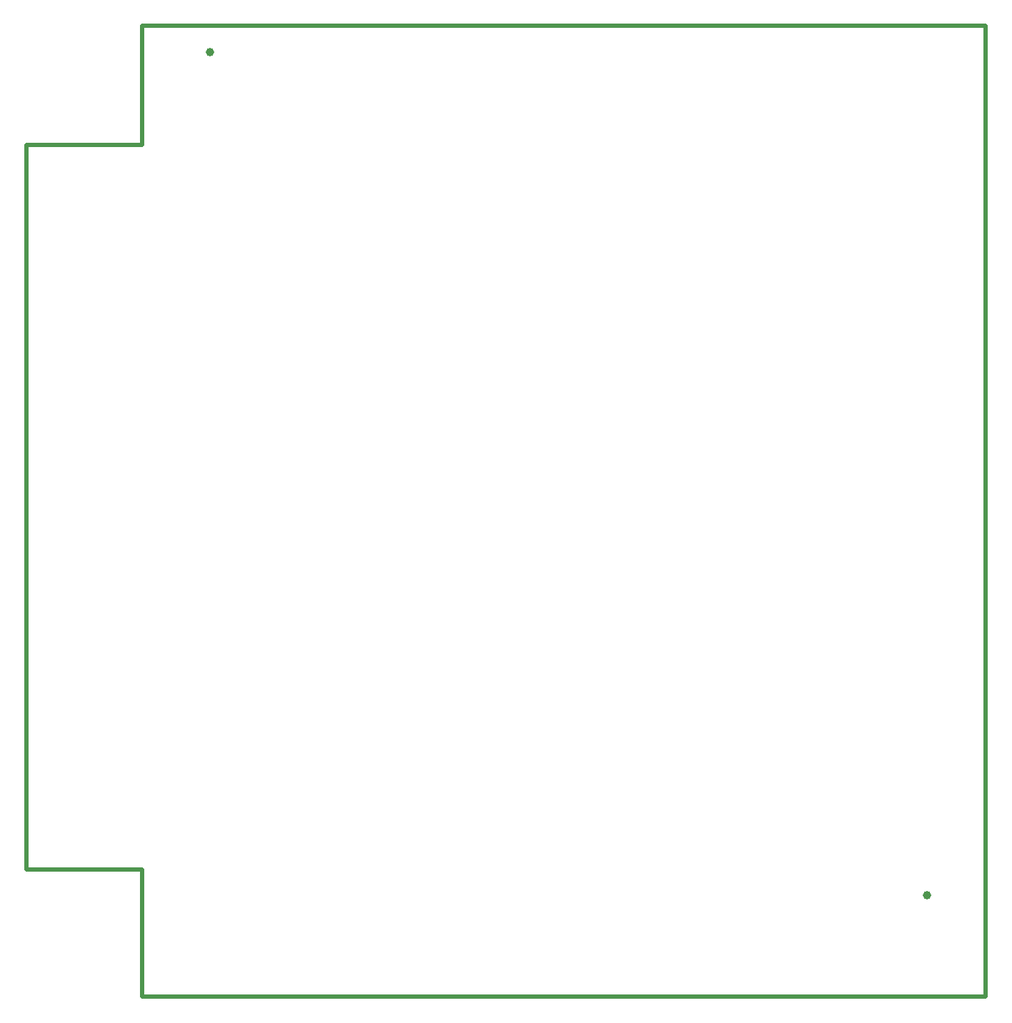
<source format=gbp>
%FSLAX25Y25*%
%MOIN*%
G70*
G01*
G75*
G04 Layer_Color=128*
%ADD10C,0.03937*%
%ADD11R,0.03937X0.04724*%
%ADD12C,0.03937*%
%ADD13O,0.07874X0.02400*%
%ADD14R,0.04724X0.03150*%
%ADD15R,0.04724X0.03937*%
%ADD16R,0.02756X0.04724*%
%ADD17R,0.11024X0.09055*%
%ADD18R,0.03150X0.03150*%
%ADD19O,0.10000X0.02400*%
%ADD20O,0.10000X0.02402*%
%ADD21O,0.07874X0.02402*%
%ADD22R,0.05118X0.06299*%
%ADD23C,0.03000*%
%ADD24C,0.02000*%
%ADD25C,0.01500*%
%ADD26C,0.04000*%
%ADD27C,0.01600*%
%ADD28C,0.05000*%
%ADD29C,0.01969*%
%ADD30C,0.07087*%
%ADD31C,0.08661*%
%ADD32R,0.05906X0.05906*%
%ADD33C,0.05906*%
%ADD34C,0.10630*%
%ADD35R,0.07087X0.07087*%
%ADD36C,0.11024*%
%ADD37R,0.10630X0.10630*%
%ADD38C,0.07874*%
%ADD39R,0.07874X0.07874*%
%ADD40C,0.09843*%
%ADD41R,0.09843X0.09843*%
%ADD42C,0.06299*%
%ADD43C,0.02400*%
%ADD44C,0.03600*%
%ADD45C,0.00787*%
%ADD46C,0.00984*%
%ADD47C,0.02362*%
%ADD48C,0.01000*%
%ADD49C,0.00394*%
%ADD50R,0.01378X0.17323*%
%ADD51C,0.05906*%
%ADD52R,0.04737X0.05524*%
%ADD53C,0.04737*%
%ADD54O,0.08674X0.03200*%
%ADD55R,0.05524X0.03950*%
%ADD56R,0.05524X0.04737*%
%ADD57R,0.03556X0.05524*%
%ADD58R,0.11824X0.09855*%
%ADD59R,0.03950X0.03950*%
%ADD60O,0.10800X0.03200*%
%ADD61O,0.10800X0.03202*%
%ADD62O,0.08674X0.03202*%
%ADD63R,0.05918X0.07099*%
%ADD64C,0.07887*%
%ADD65C,0.09461*%
%ADD66R,0.06706X0.06706*%
%ADD67C,0.06706*%
%ADD68C,0.11430*%
%ADD69R,0.07887X0.07887*%
%ADD70C,0.11824*%
%ADD71R,0.11430X0.11430*%
%ADD72C,0.08674*%
%ADD73R,0.08674X0.08674*%
%ADD74C,0.10642*%
%ADD75R,0.10642X0.10642*%
%ADD76C,0.07099*%
%ADD77C,0.03200*%
D12*
X31669Y440874D02*
D03*
X366169Y47374D02*
D03*
D29*
X0Y0D02*
X393701D01*
Y453150D01*
X0D02*
X393701D01*
X0Y397795D02*
Y453150D01*
X0Y397796D02*
X0Y397795D01*
X-54134Y397796D02*
X0D01*
X-54134Y397796D02*
X-54134Y397796D01*
X-54134Y59213D02*
Y397796D01*
Y59213D02*
X0D01*
Y0D02*
Y59213D01*
M02*

</source>
